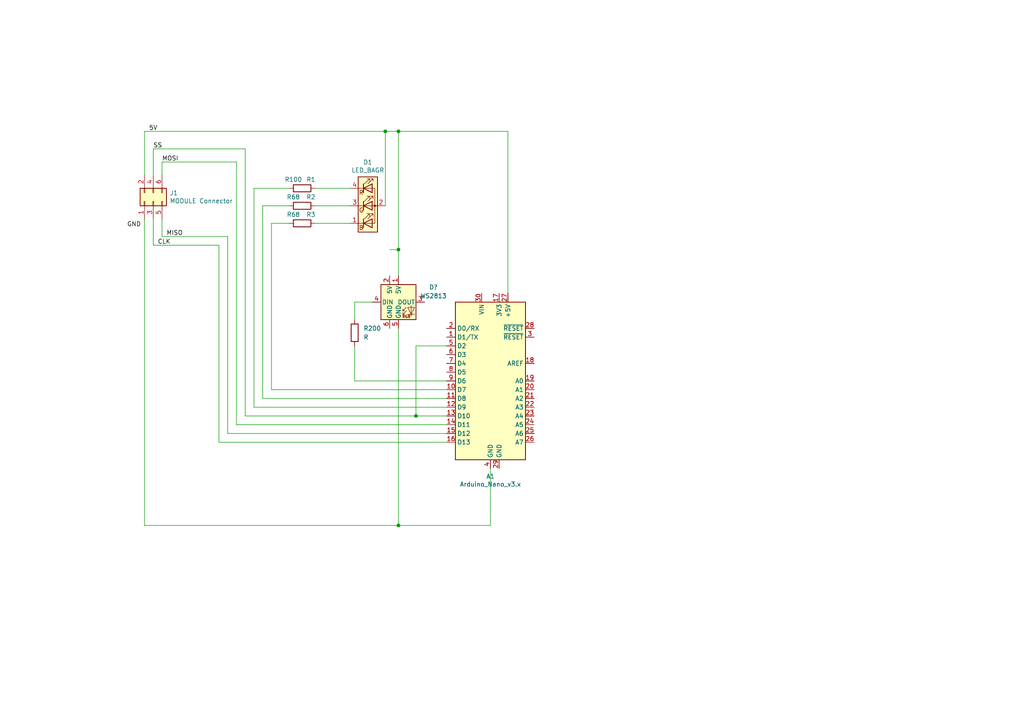
<source format=kicad_sch>
(kicad_sch (version 20211123) (generator eeschema)
  (paper "A4")
  (title_block (title "Schaltplan Modul Mazes (11)") (date "2022-12-19"))
  (lib_symbols
    (symbol "Connector_Generic:Conn_02x03_Odd_Even" (pin_names (offset 1.016) hide)
      (property "Reference" "J" (at 1.27 5.08 0))
      (property "Value" "Conn_02x03_Odd_Even" (at 1.27 -5.08 0))
      (symbol "Conn_02x03_Odd_Even_1_1"
        (rectangle (start -1.27 -2.413) (end 0 -2.667) (stroke (width 0.1524)))
        (rectangle (start -1.27 0.127) (end 0 -0.127) (stroke (width 0.1524)))
        (rectangle (start -1.27 2.667) (end 0 2.413) (stroke (width 0.1524)))
        (rectangle (start -1.27 3.81) (end 3.81 -3.81) (stroke (width 0.254)) (fill (type background)))
        (rectangle (start 3.81 -2.413) (end 2.54 -2.667) (stroke (width 0.1524)))
        (rectangle (start 3.81 0.127) (end 2.54 -0.127) (stroke (width 0.1524)))
        (rectangle (start 3.81 2.667) (end 2.54 2.413) (stroke (width 0.1524)))
        (pin passive line (at -5.08 2.54 0) (length 3.81) (name "Pin_1") (number "1"))
        (pin passive line (at 7.62 2.54 180) (length 3.81) (name "Pin_2") (number "2"))
        (pin passive line (at -5.08 0 0) (length 3.81) (name "Pin_3") (number "3"))
        (pin passive line (at 7.62 0 180) (length 3.81) (name "Pin_4") (number "4"))
        (pin passive line (at -5.08 -2.54 0) (length 3.81) (name "Pin_5") (number "5"))
        (pin passive line (at 7.62 -2.54 180) (length 3.81) (name "Pin_6") (number "6"))
      )
    )
    (symbol "Device:LED_BAGR" (pin_names (offset 0) hide)
      (property "Reference" "D" (at 0 9.398 0))
      (property "Value" "LED_BAGR" (at 0 -8.89 0))
      (symbol "LED_BAGR_0_0"
        (text "B" (at -1.905 -6.35 0) (effects (font (size 1.27 1.27))))
        (text "G" (at -1.905 -1.27 0) (effects (font (size 1.27 1.27))))
        (text "R" (at -1.905 3.81 0) (effects (font (size 1.27 1.27))))
      )
      (symbol "LED_BAGR_0_1"
        (polyline (pts (xy -1.27 -5.08) (xy -2.54 -5.08)))
        (polyline (pts (xy -1.27 -5.08) (xy 1.27 -5.08)))
        (polyline (pts (xy -1.27 -3.81) (xy -1.27 -6.35)) (stroke (width 0.254)))
        (polyline (pts (xy -1.27 0) (xy -2.54 0)))
        (polyline (pts (xy -1.27 1.27) (xy -1.27 -1.27)) (stroke (width 0.254)))
        (polyline (pts (xy -1.27 5.08) (xy -2.54 5.08)))
        (polyline (pts (xy -1.27 5.08) (xy 1.27 5.08)))
        (polyline (pts (xy -1.27 6.35) (xy -1.27 3.81)) (stroke (width 0.254)))
        (polyline (pts (xy 1.27 0) (xy -1.27 0)))
        (polyline (pts (xy 1.27 0) (xy 2.54 0)))
        (polyline (pts (xy -1.27 1.27) (xy -1.27 -1.27) (xy -1.27 -1.27)))
        (polyline (pts (xy -1.27 6.35) (xy -1.27 3.81) (xy -1.27 3.81)))
        (polyline (pts (xy 1.27 -5.08) (xy 2.032 -5.08) (xy 2.032 5.08) (xy 1.27 5.08)))
        (polyline (pts (xy 1.27 -3.81) (xy 1.27 -6.35) (xy -1.27 -5.08) (xy 1.27 -3.81)) (stroke (width 0.254)))
        (polyline (pts (xy 1.27 1.27) (xy 1.27 -1.27) (xy -1.27 0) (xy 1.27 1.27)) (stroke (width 0.254)))
        (polyline (pts (xy 1.27 6.35) (xy 1.27 3.81) (xy -1.27 5.08) (xy 1.27 6.35)) (stroke (width 0.254)))
        (polyline (pts (xy -1.016 -3.81) (xy 0.508 -2.286) (xy -0.254 -2.286) (xy 0.508 -2.286) (xy 0.508 -3.048)))
        (polyline (pts (xy -1.016 1.27) (xy 0.508 2.794) (xy -0.254 2.794) (xy 0.508 2.794) (xy 0.508 2.032)))
        (polyline (pts (xy -1.016 6.35) (xy 0.508 7.874) (xy -0.254 7.874) (xy 0.508 7.874) (xy 0.508 7.112)))
        (polyline (pts (xy 0 -3.81) (xy 1.524 -2.286) (xy 0.762 -2.286) (xy 1.524 -2.286) (xy 1.524 -3.048)))
        (polyline (pts (xy 0 1.27) (xy 1.524 2.794) (xy 0.762 2.794) (xy 1.524 2.794) (xy 1.524 2.032)))
        (polyline (pts (xy 0 6.35) (xy 1.524 7.874) (xy 0.762 7.874) (xy 1.524 7.874) (xy 1.524 7.112)))
        (rectangle (start 1.27 -1.27) (end 1.27 1.27))
        (rectangle (start 1.27 1.27) (end 1.27 1.27))
        (rectangle (start 1.27 3.81) (end 1.27 6.35))
        (rectangle (start 1.27 6.35) (end 1.27 6.35))
        (circle (center 2.032 0) (radius 0.254) (fill (type outline)))
        (rectangle (start 2.794 8.382) (end -2.794 -7.62) (stroke (width 0.254)) (fill (type background)))
      )
      (symbol "LED_BAGR_1_1"
        (pin passive line (at -5.08 -5.08 0) (length 2.54) (name "BK") (number "1"))
        (pin passive line (at 5.08 0 180) (length 2.54) (name "A") (number "2"))
        (pin passive line (at -5.08 0 0) (length 2.54) (name "GK") (number "3"))
        (pin passive line (at -5.08 5.08 0) (length 2.54) (name "RK") (number "4"))
      )
    )
    (symbol "Device:R" (pin_numbers hide) (pin_names (offset 0))
      (property "Reference" "R" (at 2.032 0 90))
      (property "Value" "R" (at 0 0 90))
      (symbol "R_0_1"
        (rectangle (start -1.016 -2.54) (end 1.016 2.54) (stroke (width 0.254)))
      )
      (symbol "R_1_1"
        (pin passive line (at 0 3.81 270) (length 1.27) (name "~") (number "1"))
        (pin passive line (at 0 -3.81 90) (length 1.27) (name "~") (number "2"))
      )
    )
    (symbol "MCU_Module:Arduino_Nano_v3.x"
      (property "Reference" "A" (at -10.16 23.495 0))
      (property "Value" "Arduino_Nano_v3.x" (at 5.08 -24.13 0))
      (symbol "Arduino_Nano_v3.x_0_1"
        (rectangle (start -10.16 22.86) (end 10.16 -22.86) (stroke (width 0.254)) (fill (type background)))
      )
      (symbol "Arduino_Nano_v3.x_1_1"
        (pin bidirectional line (at -12.7 12.7 0) (length 2.54) (name "D1/TX") (number "1"))
        (pin bidirectional line (at -12.7 -2.54 0) (length 2.54) (name "D7") (number "10"))
        (pin bidirectional line (at -12.7 -5.08 0) (length 2.54) (name "D8") (number "11"))
        (pin bidirectional line (at -12.7 -7.62 0) (length 2.54) (name "D9") (number "12"))
        (pin bidirectional line (at -12.7 -10.16 0) (length 2.54) (name "D10") (number "13"))
        (pin bidirectional line (at -12.7 -12.7 0) (length 2.54) (name "D11") (number "14"))
        (pin bidirectional line (at -12.7 -15.24 0) (length 2.54) (name "D12") (number "15"))
        (pin bidirectional line (at -12.7 -17.78 0) (length 2.54) (name "D13") (number "16"))
        (pin power_out line (at 2.54 25.4 270) (length 2.54) (name "3V3") (number "17"))
        (pin input line (at 12.7 5.08 180) (length 2.54) (name "AREF") (number "18"))
        (pin bidirectional line (at 12.7 0 180) (length 2.54) (name "A0") (number "19"))
        (pin bidirectional line (at -12.7 15.24 0) (length 2.54) (name "D0/RX") (number "2"))
        (pin bidirectional line (at 12.7 -2.54 180) (length 2.54) (name "A1") (number "20"))
        (pin bidirectional line (at 12.7 -5.08 180) (length 2.54) (name "A2") (number "21"))
        (pin bidirectional line (at 12.7 -7.62 180) (length 2.54) (name "A3") (number "22"))
        (pin bidirectional line (at 12.7 -10.16 180) (length 2.54) (name "A4") (number "23"))
        (pin bidirectional line (at 12.7 -12.7 180) (length 2.54) (name "A5") (number "24"))
        (pin bidirectional line (at 12.7 -15.24 180) (length 2.54) (name "A6") (number "25"))
        (pin bidirectional line (at 12.7 -17.78 180) (length 2.54) (name "A7") (number "26"))
        (pin power_out line (at 5.08 25.4 270) (length 2.54) (name "+5V") (number "27"))
        (pin input line (at 12.7 15.24 180) (length 2.54) (name "~{RESET}") (number "28"))
        (pin power_in line (at 2.54 -25.4 90) (length 2.54) (name "GND") (number "29"))
        (pin input line (at 12.7 12.7 180) (length 2.54) (name "~{RESET}") (number "3"))
        (pin power_in line (at -2.54 25.4 270) (length 2.54) (name "VIN") (number "30"))
        (pin power_in line (at 0 -25.4 90) (length 2.54) (name "GND") (number "4"))
        (pin bidirectional line (at -12.7 10.16 0) (length 2.54) (name "D2") (number "5"))
        (pin bidirectional line (at -12.7 7.62 0) (length 2.54) (name "D3") (number "6"))
        (pin bidirectional line (at -12.7 5.08 0) (length 2.54) (name "D4") (number "7"))
        (pin bidirectional line (at -12.7 2.54 0) (length 2.54) (name "D5") (number "8"))
        (pin bidirectional line (at -12.7 0 0) (length 2.54) (name "D6") (number "9"))
      )
    )
    (symbol "WS2813_1" (pin_names (offset 0.254))
      (property "Reference" "D" (at 5.08 5.715 0))
      (property "Value" "WS2813_1" (at 1.27 -5.715 0))
      (symbol "WS2813_1_0_0"
        (text "RGB" (at 2.286 -4.191 0) (effects (font (size 0.762 0.762))))
      )
      (symbol "WS2813_1_0_1"
        (polyline (pts (xy 1.27 -3.556) (xy 1.778 -3.556)))
        (polyline (pts (xy 1.27 -2.54) (xy 1.778 -2.54)))
        (polyline (pts (xy 4.699 -3.556) (xy 2.667 -3.556)))
        (polyline (pts (xy 2.286 -2.54) (xy 1.27 -3.556) (xy 1.27 -3.048)))
        (polyline (pts (xy 2.286 -1.524) (xy 1.27 -2.54) (xy 1.27 -2.032)))
        (polyline (pts (xy 3.683 -1.016) (xy 3.683 -3.556) (xy 3.683 -4.064)))
        (polyline (pts (xy 4.699 -1.524) (xy 2.667 -1.524) (xy 3.683 -3.556) (xy 4.699 -1.524)))
        (rectangle (start 5.08 5.08) (end -5.08 -5.08) (stroke (width 0.254)) (fill (type background)))
      )
      (symbol "WS2813_1_1_1"
        (pin power_in line (at 0 7.62 270) (length 2.54) (name "5V") (number "1"))
        (pin power_in line (at -2.54 7.62 270) (length 2.54) (name "5V") (number "2"))
        (pin output line (at 7.62 0 180) (length 2.54) (name "DOUT") (number "3"))
        (pin input line (at -7.62 0 0) (length 2.54) (name "DIN") (number "4"))
        (pin power_in line (at 0 -7.62 90) (length 2.54) (name "GND") (number "5"))
        (pin power_in line (at -2.54 -7.62 90) (length 2.54) (name "GND") (number "6"))
      )
    )
  )
  (junction (at 115.57 38.1))
  (junction (at 120.65 120.65))
  (junction (at 111.76 38.1))
  (junction (at 115.57 72.39))
  (junction (at 115.57 152.4))
  (wire (pts (xy 46.99 50.8) (xy 46.99 46.99)))
  (wire (pts (xy 41.91 152.4) (xy 115.57 152.4)))
  (wire (pts (xy 102.87 87.63) (xy 102.87 92.71)))
  (wire (pts (xy 115.57 152.4) (xy 142.24 152.4)))
  (wire (pts (xy 78.74 64.77) (xy 78.74 113.03)))
  (wire (pts (xy 71.12 43.18) (xy 71.12 120.65)))
  (wire (pts (xy 91.44 64.77) (xy 101.6 64.77)))
  (wire (pts (xy 78.74 64.77) (xy 83.82 64.77)))
  (wire (pts (xy 111.76 38.1) (xy 111.76 59.69)))
  (wire (pts (xy 66.04 125.73) (xy 129.54 125.73)))
  (wire (pts (xy 41.91 50.8) (xy 41.91 38.1)))
  (wire (pts (xy 129.54 113.03) (xy 78.74 113.03)))
  (wire (pts (xy 41.91 63.5) (xy 41.91 152.4)))
  (wire (pts (xy 41.91 38.1) (xy 111.76 38.1)))
  (wire (pts (xy 46.99 46.99) (xy 68.58 46.99)))
  (wire (pts (xy 102.87 110.49) (xy 129.54 110.49)))
  (wire (pts (xy 115.57 95.25) (xy 115.57 152.4)))
  (wire (pts (xy 111.76 38.1) (xy 115.57 38.1)))
  (wire (pts (xy 46.99 68.58) (xy 66.04 68.58)))
  (wire (pts (xy 71.12 120.65) (xy 120.65 120.65)))
  (wire (pts (xy 44.45 63.5) (xy 44.45 71.12)))
  (wire (pts (xy 73.66 54.61) (xy 83.82 54.61)))
  (wire (pts (xy 63.5 128.27) (xy 129.54 128.27)))
  (wire (pts (xy 91.44 54.61) (xy 101.6 54.61)))
  (wire (pts (xy 44.45 50.8) (xy 44.45 43.18)))
  (wire (pts (xy 68.58 46.99) (xy 68.58 123.19)))
  (wire (pts (xy 68.58 123.19) (xy 129.54 123.19)))
  (wire (pts (xy 44.45 71.12) (xy 63.5 71.12)))
  (wire (pts (xy 66.04 68.58) (xy 66.04 125.73)))
  (wire (pts (xy 91.44 59.69) (xy 101.6 59.69)))
  (wire (pts (xy 115.57 72.39) (xy 113.03 72.39)))
  (wire (pts (xy 115.57 38.1) (xy 115.57 72.39)))
  (wire (pts (xy 120.65 120.65) (xy 129.54 120.65)))
  (wire (pts (xy 129.54 118.11) (xy 73.66 118.11)))
  (wire (pts (xy 115.57 38.1) (xy 147.32 38.1)))
  (wire (pts (xy 76.2 115.57) (xy 129.54 115.57)))
  (wire (pts (xy 120.65 100.33) (xy 129.54 100.33)))
  (wire (pts (xy 120.65 120.65) (xy 120.65 100.33)))
  (wire (pts (xy 102.87 100.33) (xy 102.87 110.49)))
  (wire (pts (xy 147.32 38.1) (xy 147.32 85.09)))
  (wire (pts (xy 142.24 152.4) (xy 142.24 135.89)))
  (wire (pts (xy 73.66 54.61) (xy 73.66 118.11)))
  (wire (pts (xy 115.57 72.39) (xy 115.57 80.01)))
  (wire (pts (xy 76.2 59.69) (xy 83.82 59.69)))
  (wire (pts (xy 107.95 87.63) (xy 102.87 87.63)))
  (wire (pts (xy 63.5 71.12) (xy 63.5 128.27)))
  (wire (pts (xy 44.45 43.18) (xy 71.12 43.18)))
  (wire (pts (xy 76.2 59.69) (xy 76.2 115.57)))
  (wire (pts (xy 46.99 63.5) (xy 46.99 68.58)))
  (label "5V" (at 43.18 38.1 0))
  (label "GND" (at 36.83 66.04 0))
  (label "SS" (at 44.45 43.18 0))
  (label "MOSI" (at 46.99 46.99 0))
  (label "MISO" (at 48.26 68.58 0))
  (label "CLK" (at 45.72 71.12 0))
  (symbol (lib_id "Connector_Generic:Conn_02x03_Odd_Even") (at 44.45 58.42 90) (unit 1)
    (property "Reference" "J1" (at 49.2252 55.9816 90) (effects (justify right)))
    (property "Value" "MODULE Connector" (at 49.2252 58.293 90) (effects (justify right)))
  )
  (symbol (lib_id "MCU_Module:Arduino_Nano_v3.x") (at 142.24 110.49 0) (unit 1)
    (property "Reference" "A1" (at 142.24 138.1506 0))
    (property "Value" "Arduino_Nano_v3.x" (at 142.24 140.462 0))
    (property "Footprint" "Module:Arduino_Nano" (effects hide))
    (property "Datasheet" "http://www.mouser.com/pdfdocs/Gravitech_Arduino_Nano3_0.pdf" (effects hide))
  )
  (symbol (lib_id "Device:LED_BAGR") (at 106.68 59.69 0) (unit 1)
    (property "Reference" "D1" (at 106.68 47.0662 0))
    (property "Value" "LED_BAGR" (at 106.68 49.3776 0))
  )
  (symbol (lib_name "WS2813_1") (lib_id "LED:WS2813") (at 115.57 87.63 0) (unit 1)
    (property "Reference" "D?" (at 125.73 83.2993 0))
    (property "Value" "WS2813" (at 125.73 85.8393 0))
    (property "Footprint" "LED_SMD:LED_WS2812_PLCC6_5.0x5.0mm_P1.6mm" (effects hide))
    (property "Datasheet" "http://www.normandled.com/upload/201605/WS2813%20LED%20Datasheet.pdf" (effects hide))
  )
  (symbol (lib_id "Device:R") (at 87.63 54.61 90) (unit 1)
    (property "Reference" "R1" (at 90.17 52.07 90))
    (property "Value" "R100" (at 85.09 52.07 90))
  )
  (symbol (lib_id "Device:R") (at 87.63 64.77 90) (unit 1)
    (property "Reference" "R3" (at 90.17 62.23 90))
    (property "Value" "R68" (at 85.09 62.23 90))
  )
  (symbol (lib_id "Device:R") (at 102.87 96.52 0) (unit 1)
    (property "Reference" "R200" (at 105.41 95.2499 0) (effects (justify left)))
    (property "Value" "R" (at 105.41 97.7899 0) (effects (justify left)))
  )
  (symbol (lib_id "Device:R") (at 87.63 59.69 90) (unit 1)
    (property "Reference" "R2" (at 90.17 57.15 90))
    (property "Value" "R68" (at 85.09 57.15 90))
  )
)
</source>
